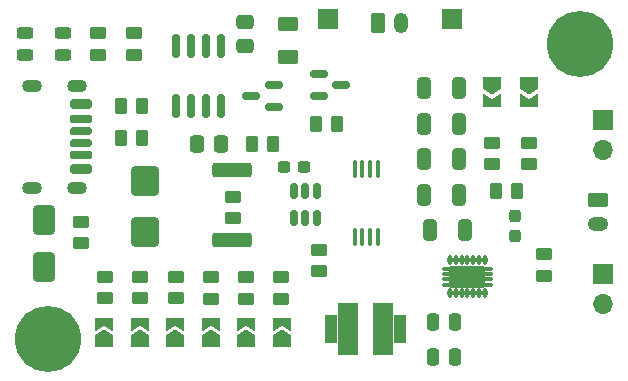
<source format=gbr>
%TF.GenerationSoftware,KiCad,Pcbnew,7.0.8*%
%TF.CreationDate,2024-12-11T22:25:20+01:00*%
%TF.ProjectId,LiPo_BuckBoost_Charger,4c69506f-5f42-4756-936b-426f6f73745f,rev?*%
%TF.SameCoordinates,Original*%
%TF.FileFunction,Soldermask,Top*%
%TF.FilePolarity,Negative*%
%FSLAX46Y46*%
G04 Gerber Fmt 4.6, Leading zero omitted, Abs format (unit mm)*
G04 Created by KiCad (PCBNEW 7.0.8) date 2024-12-11 22:25:20*
%MOMM*%
%LPD*%
G01*
G04 APERTURE LIST*
G04 Aperture macros list*
%AMRoundRect*
0 Rectangle with rounded corners*
0 $1 Rounding radius*
0 $2 $3 $4 $5 $6 $7 $8 $9 X,Y pos of 4 corners*
0 Add a 4 corners polygon primitive as box body*
4,1,4,$2,$3,$4,$5,$6,$7,$8,$9,$2,$3,0*
0 Add four circle primitives for the rounded corners*
1,1,$1+$1,$2,$3*
1,1,$1+$1,$4,$5*
1,1,$1+$1,$6,$7*
1,1,$1+$1,$8,$9*
0 Add four rect primitives between the rounded corners*
20,1,$1+$1,$2,$3,$4,$5,0*
20,1,$1+$1,$4,$5,$6,$7,0*
20,1,$1+$1,$6,$7,$8,$9,0*
20,1,$1+$1,$8,$9,$2,$3,0*%
%AMFreePoly0*
4,1,6,1.000000,0.000000,0.500000,-0.750000,-0.500000,-0.750000,-0.500000,0.750000,0.500000,0.750000,1.000000,0.000000,1.000000,0.000000,$1*%
%AMFreePoly1*
4,1,6,0.500000,-0.750000,-0.650000,-0.750000,-0.150000,0.000000,-0.650000,0.750000,0.500000,0.750000,0.500000,-0.750000,0.500000,-0.750000,$1*%
G04 Aperture macros list end*
%ADD10RoundRect,0.250000X0.450000X-0.262500X0.450000X0.262500X-0.450000X0.262500X-0.450000X-0.262500X0*%
%ADD11RoundRect,0.150000X-0.587500X-0.150000X0.587500X-0.150000X0.587500X0.150000X-0.587500X0.150000X0*%
%ADD12R,1.700000X1.700000*%
%ADD13O,1.700000X1.700000*%
%ADD14RoundRect,0.175000X-0.750000X0.175000X-0.750000X-0.175000X0.750000X-0.175000X0.750000X0.175000X0*%
%ADD15RoundRect,0.190000X0.735000X-0.190000X0.735000X0.190000X-0.735000X0.190000X-0.735000X-0.190000X0*%
%ADD16RoundRect,0.200000X0.725000X-0.200000X0.725000X0.200000X-0.725000X0.200000X-0.725000X-0.200000X0*%
%ADD17RoundRect,0.175000X0.750000X-0.175000X0.750000X0.175000X-0.750000X0.175000X-0.750000X-0.175000X0*%
%ADD18RoundRect,0.190000X-0.735000X0.190000X-0.735000X-0.190000X0.735000X-0.190000X0.735000X0.190000X0*%
%ADD19RoundRect,0.200000X-0.725000X0.200000X-0.725000X-0.200000X0.725000X-0.200000X0.725000X0.200000X0*%
%ADD20O,1.700000X1.100000*%
%ADD21RoundRect,0.250000X-0.262500X-0.450000X0.262500X-0.450000X0.262500X0.450000X-0.262500X0.450000X0*%
%ADD22RoundRect,0.250000X-0.450000X0.262500X-0.450000X-0.262500X0.450000X-0.262500X0.450000X0.262500X0*%
%ADD23RoundRect,0.250000X0.337500X0.475000X-0.337500X0.475000X-0.337500X-0.475000X0.337500X-0.475000X0*%
%ADD24RoundRect,0.250000X0.650000X-1.000000X0.650000X1.000000X-0.650000X1.000000X-0.650000X-1.000000X0*%
%ADD25RoundRect,0.162500X0.162500X-0.825000X0.162500X0.825000X-0.162500X0.825000X-0.162500X-0.825000X0*%
%ADD26FreePoly0,90.000000*%
%ADD27FreePoly1,90.000000*%
%ADD28RoundRect,0.243750X0.456250X-0.243750X0.456250X0.243750X-0.456250X0.243750X-0.456250X-0.243750X0*%
%ADD29RoundRect,0.237500X0.300000X0.237500X-0.300000X0.237500X-0.300000X-0.237500X0.300000X-0.237500X0*%
%ADD30RoundRect,0.250000X0.250000X0.475000X-0.250000X0.475000X-0.250000X-0.475000X0.250000X-0.475000X0*%
%ADD31RoundRect,0.250000X0.325000X0.650000X-0.325000X0.650000X-0.325000X-0.650000X0.325000X-0.650000X0*%
%ADD32RoundRect,0.100000X-0.100000X0.637500X-0.100000X-0.637500X0.100000X-0.637500X0.100000X0.637500X0*%
%ADD33C,5.600000*%
%ADD34RoundRect,0.250000X0.475000X-0.337500X0.475000X0.337500X-0.475000X0.337500X-0.475000X-0.337500X0*%
%ADD35FreePoly0,270.000000*%
%ADD36FreePoly1,270.000000*%
%ADD37RoundRect,0.250000X-0.625000X0.350000X-0.625000X-0.350000X0.625000X-0.350000X0.625000X0.350000X0*%
%ADD38O,1.750000X1.200000*%
%ADD39RoundRect,0.250000X-0.625000X0.375000X-0.625000X-0.375000X0.625000X-0.375000X0.625000X0.375000X0*%
%ADD40RoundRect,0.237500X0.237500X-0.300000X0.237500X0.300000X-0.237500X0.300000X-0.237500X-0.300000X0*%
%ADD41RoundRect,0.150000X0.150000X-0.512500X0.150000X0.512500X-0.150000X0.512500X-0.150000X-0.512500X0*%
%ADD42O,0.444000X0.804000*%
%ADD43RoundRect,0.102000X-1.425000X0.790000X-1.425000X-0.790000X1.425000X-0.790000X1.425000X0.790000X0*%
%ADD44RoundRect,0.102000X-0.287500X0.100000X-0.287500X-0.100000X0.287500X-0.100000X0.287500X0.100000X0*%
%ADD45RoundRect,0.250000X0.262500X0.450000X-0.262500X0.450000X-0.262500X-0.450000X0.262500X-0.450000X0*%
%ADD46RoundRect,0.250000X-1.425000X0.362500X-1.425000X-0.362500X1.425000X-0.362500X1.425000X0.362500X0*%
%ADD47RoundRect,0.250000X-0.350000X-0.625000X0.350000X-0.625000X0.350000X0.625000X-0.350000X0.625000X0*%
%ADD48O,1.200000X1.750000*%
%ADD49R,1.100000X2.400000*%
%ADD50R,1.800000X4.500000*%
%ADD51RoundRect,0.250000X0.900000X-1.000000X0.900000X1.000000X-0.900000X1.000000X-0.900000X-1.000000X0*%
%ADD52RoundRect,0.150000X0.587500X0.150000X-0.587500X0.150000X-0.587500X-0.150000X0.587500X-0.150000X0*%
G04 APERTURE END LIST*
D10*
%TO.C,R9*%
X85800000Y-48575000D03*
X85800000Y-46750000D03*
%TD*%
D11*
%TO.C,Q2*%
X97900000Y-29550000D03*
X97900000Y-31450000D03*
X99775000Y-30500000D03*
%TD*%
D12*
%TO.C,J6*%
X122000000Y-33450000D03*
D13*
X122000000Y-35990000D03*
%TD*%
D14*
%TO.C,J1*%
X77825000Y-34399340D03*
D15*
X77825000Y-36419340D03*
D16*
X77825000Y-37649340D03*
D17*
X77825000Y-35399340D03*
D18*
X77825000Y-33379340D03*
D19*
X77825000Y-32149340D03*
D20*
X77420000Y-30579340D03*
X73620000Y-30579340D03*
X77420000Y-39219340D03*
X73620000Y-39219340D03*
%TD*%
D21*
%TO.C,R19*%
X97667500Y-33800000D03*
X99492500Y-33800000D03*
%TD*%
D22*
%TO.C,R14*%
X117020000Y-44847500D03*
X117020000Y-46672500D03*
%TD*%
D23*
%TO.C,C1*%
X89683500Y-35500000D03*
X87608500Y-35500000D03*
%TD*%
D22*
%TO.C,R5*%
X90620000Y-39981500D03*
X90620000Y-41806500D03*
%TD*%
D24*
%TO.C,D4*%
X74650000Y-45900000D03*
X74650000Y-41900000D03*
%TD*%
D25*
%TO.C,U1*%
X85860000Y-32287500D03*
X87130000Y-32287500D03*
X88400000Y-32287500D03*
X89670000Y-32287500D03*
X89670000Y-27212500D03*
X88400000Y-27212500D03*
X87130000Y-27212500D03*
X85860000Y-27212500D03*
%TD*%
D26*
%TO.C,JP2*%
X91780000Y-52210000D03*
D27*
X91780000Y-50760000D03*
%TD*%
D22*
%TO.C,R15*%
X112612500Y-35387500D03*
X112612500Y-37212500D03*
%TD*%
D21*
%TO.C,R2*%
X81150000Y-32250000D03*
X82975000Y-32250000D03*
%TD*%
D28*
%TO.C,D2*%
X76265000Y-27967500D03*
X76265000Y-26092500D03*
%TD*%
D29*
%TO.C,C3*%
X96712500Y-37450000D03*
X94987500Y-37450000D03*
%TD*%
D30*
%TO.C,C4*%
X109469000Y-53550000D03*
X107569000Y-53550000D03*
%TD*%
D26*
%TO.C,JP4*%
X85780000Y-52210000D03*
D27*
X85780000Y-50760000D03*
%TD*%
D31*
%TO.C,C7*%
X109800000Y-39800000D03*
X106850000Y-39800000D03*
%TD*%
D32*
%TO.C,U3*%
X102900000Y-37642500D03*
X102250000Y-37642500D03*
X101600000Y-37642500D03*
X100950000Y-37642500D03*
X100950000Y-43367500D03*
X101600000Y-43367500D03*
X102250000Y-43367500D03*
X102900000Y-43367500D03*
%TD*%
D26*
%TO.C,JP1*%
X94780000Y-52210000D03*
D27*
X94780000Y-50760000D03*
%TD*%
D33*
%TO.C,H2*%
X75000000Y-52000000D03*
%TD*%
D10*
%TO.C,R10*%
X82750000Y-48575000D03*
X82750000Y-46750000D03*
%TD*%
D30*
%TO.C,C5*%
X109469000Y-50550000D03*
X107569000Y-50550000D03*
%TD*%
D10*
%TO.C,R6*%
X94750000Y-48587500D03*
X94750000Y-46762500D03*
%TD*%
D34*
%TO.C,C2*%
X91700000Y-27237500D03*
X91700000Y-25162500D03*
%TD*%
D21*
%TO.C,R17*%
X112887500Y-39520000D03*
X114712500Y-39520000D03*
%TD*%
D22*
%TO.C,R13*%
X97980000Y-44437500D03*
X97980000Y-46262500D03*
%TD*%
D28*
%TO.C,D1*%
X73015000Y-27967500D03*
X73015000Y-26092500D03*
%TD*%
D31*
%TO.C,C6*%
X110275000Y-42800000D03*
X107325000Y-42800000D03*
%TD*%
%TO.C,C10*%
X109800000Y-30800000D03*
X106850000Y-30800000D03*
%TD*%
D26*
%TO.C,JP6*%
X79780000Y-52210000D03*
D27*
X79780000Y-50760000D03*
%TD*%
D10*
%TO.C,R8*%
X88800000Y-48587500D03*
X88800000Y-46762500D03*
%TD*%
D12*
%TO.C,J3*%
X98670000Y-24887000D03*
%TD*%
D35*
%TO.C,JP8*%
X115750000Y-30375000D03*
D36*
X115750000Y-31825000D03*
%TD*%
D22*
%TO.C,R16*%
X115762500Y-35387500D03*
X115762500Y-37212500D03*
%TD*%
D37*
%TO.C,J5*%
X121600000Y-40250000D03*
D38*
X121600000Y-42250000D03*
%TD*%
D39*
%TO.C,F1*%
X95350000Y-25350000D03*
X95350000Y-28150000D03*
%TD*%
D10*
%TO.C,R4*%
X79265000Y-27942500D03*
X79265000Y-26117500D03*
%TD*%
D12*
%TO.C,J4*%
X109170000Y-24887000D03*
%TD*%
D40*
%TO.C,C11*%
X114570000Y-43322500D03*
X114570000Y-41597500D03*
%TD*%
D41*
%TO.C,U2*%
X95837500Y-41780000D03*
X96787500Y-41780000D03*
X97737500Y-41780000D03*
X97737500Y-39505000D03*
X96787500Y-39505000D03*
X95837500Y-39505000D03*
%TD*%
D21*
%TO.C,R1*%
X81150000Y-35000000D03*
X82975000Y-35000000D03*
%TD*%
D31*
%TO.C,C9*%
X109775000Y-33800000D03*
X106825000Y-33800000D03*
%TD*%
D42*
%TO.C,U4*%
X112012500Y-45340000D03*
X111512500Y-45340000D03*
X111012500Y-45340000D03*
X110512500Y-45340000D03*
X110012500Y-45340000D03*
X109512500Y-45340000D03*
X109012500Y-45340000D03*
X109012500Y-48140000D03*
X109512500Y-48140000D03*
X110012500Y-48140000D03*
X110512500Y-48140000D03*
X111012500Y-48140000D03*
X111512500Y-48140000D03*
X112012500Y-48140000D03*
D43*
X110512500Y-46740000D03*
D44*
X112225000Y-46050000D03*
X112225000Y-46510000D03*
X112225000Y-46970000D03*
X112225000Y-47430000D03*
X108800000Y-47430000D03*
X108800000Y-46970000D03*
X108800000Y-46510000D03*
X108800000Y-46050000D03*
%TD*%
D10*
%TO.C,R7*%
X91800000Y-48587500D03*
X91800000Y-46762500D03*
%TD*%
D45*
%TO.C,R12*%
X94062500Y-35500000D03*
X92237500Y-35500000D03*
%TD*%
D35*
%TO.C,JP7*%
X112600000Y-30375000D03*
D36*
X112600000Y-31825000D03*
%TD*%
D10*
%TO.C,R3*%
X82296000Y-27941000D03*
X82296000Y-26116000D03*
%TD*%
D22*
%TO.C,R20*%
X77750000Y-42087500D03*
X77750000Y-43912500D03*
%TD*%
D46*
%TO.C,R18*%
X90600000Y-37677500D03*
X90600000Y-43602500D03*
%TD*%
D47*
%TO.C,J2*%
X102920000Y-25280000D03*
D48*
X104920000Y-25280000D03*
%TD*%
D49*
%TO.C,L1*%
X104820000Y-51158852D03*
D50*
X103370000Y-51158852D03*
X100370000Y-51158852D03*
D49*
X98920000Y-51158852D03*
%TD*%
D31*
%TO.C,C8*%
X109800000Y-36800000D03*
X106850000Y-36800000D03*
%TD*%
D51*
%TO.C,D3*%
X83220000Y-42940000D03*
X83220000Y-38640000D03*
%TD*%
D33*
%TO.C,H1*%
X120000000Y-27000000D03*
%TD*%
D12*
%TO.C,J7*%
X122000000Y-46500000D03*
D13*
X122000000Y-49040000D03*
%TD*%
D26*
%TO.C,JP3*%
X88780000Y-52210000D03*
D27*
X88780000Y-50760000D03*
%TD*%
D10*
%TO.C,R11*%
X79800000Y-48575000D03*
X79800000Y-46750000D03*
%TD*%
D52*
%TO.C,Q1*%
X94100000Y-32400000D03*
X94100000Y-30500000D03*
X92225000Y-31450000D03*
%TD*%
D26*
%TO.C,JP5*%
X82780000Y-52210000D03*
D27*
X82780000Y-50760000D03*
%TD*%
M02*

</source>
